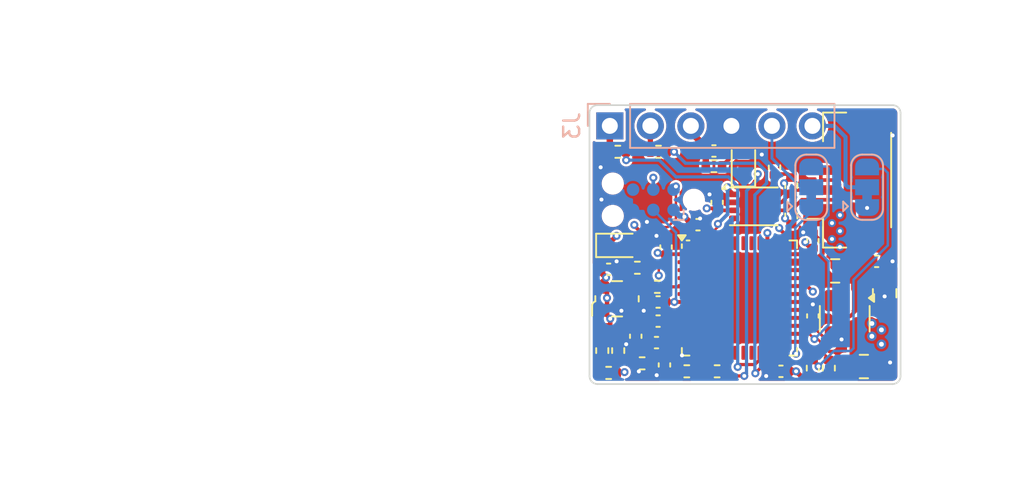
<source format=kicad_pcb>
(kicad_pcb (version 20241229) (generator "pcbnew") (generator_version "9.0")
  (layers (0 "F.Cu" signal) (4 "In1.Cu" signal) (6 "In2.Cu" signal) (2 "B.Cu" signal) (13 "F.Paste" user) (15 "B.Paste" user) (5 "F.SilkS" user "F.Silkscreen") (7 "B.SilkS" user "B.Silkscreen") (1 "F.Mask" user) (3 "B.Mask" user) (25 "Edge.Cuts" user))
  (net 0 "")
  (net 1 "GND")
  (net 2 "+5V")
  (net 3 "Net-(U2-BP)")
  (net 4 "+3V3")
  (net 5 "/VBATT_C_MON")
  (net 6 "/VBATT_V_MON")
  (net 7 "Net-(C12-Pad1)")
  (net 8 "/AP_Periph/~{RST}")
  (net 9 "Net-(U4-VDDA)")
  (net 10 "Net-(D1-A)")
  (net 11 "Net-(D2-A)")
  (net 12 "/StatusLED")
  (net 13 "Net-(J3-Pin_1)")
  (net 14 "Net-(J3-Pin_2)")
  (net 15 "/AP_Periph/SWDIO")
  (net 17 "/AP_Periph/SWCLK")
  (net 18 "Net-(R3-Pad2)")
  (net 19 "/Out2")
  (net 20 "/USART3_TX")
  (net 21 "/USART3_RX")
  (net 22 "Net-(R8-Pad2)")
  (net 23 "/Out1")
  (net 24 "/CAN1_H")
  (net 25 "/CAN1_L")
  (net 26 "/I2C2_SDA")
  (net 27 "Net-(X1-OUT)")
  (net 28 "Net-(U4-PH0)")
  (net 29 "/AP_Periph/CAN1_RX")
  (net 30 "/AP_Periph/CAN1_TX")
  (net 33 "/AP_Periph/GPIO_3")
  (net 34 "/AP_Periph/OUT_2")
  (net 35 "/AP_Periph/OUT_1")
  (net 36 "/AP_Periph/BEEPER")
  (net 37 "/AP_Periph/OUT_3")
  (net 38 "/AP_Periph/USART2_RX")
  (net 39 "/AP_Periph/GPIO_5")
  (net 40 "/AP_Periph/GPIO_4")
  (net 41 "/AP_Periph/SPI1_MISO")
  (net 42 "/AP_Periph/USART2_TX")
  (net 43 "/AP_Periph/OUT_5")
  (net 45 "/AP_Periph/SPARE_CS")
  (net 46 "/AP_Periph/USART1_TX")
  (net 47 "/AP_Periph/MAG_CS")
  (net 48 "/AP_Periph/GPIO_1")
  (net 49 "/AP_Periph/OUT_4")
  (net 50 "/AP_Periph/GPIO_6")
  (net 51 "/AP_Periph/BATT2_CURRENT_SENS")
  (net 52 "/AP_Periph/GPIO_2")
  (net 53 "/AP_Periph/SPI1_SCK")
  (net 54 "/AP_Periph/USART1_RX")
  (net 55 "/AP_Periph/SPI1_MOSI")
  (net 57 "/AP_Periph/BATT2_VOLTAGE_SENS")
  (net 58 "/I2C2_SCL")
  (net 59 "Net-(JP2-A)")
  (net 60 "Net-(JP1-A)")
  (footprint "Capacitor_SMD:C_0402_1005Metric" (layer "F.Cu") (at 138.2 93)
    (property "Reference" "C8" (hide yes))
    (property "Value" "100nF")
  )
  (footprint "Capacitor_SMD:C_0402_1005Metric" (layer "F.Cu") (at 138.3 90.45 180)
    (property "Reference" "C21" (hide yes))
    (property "Value" "100nF")
  )
  (footprint "Capacitor_SMD:C_0402_1005Metric" (layer "F.Cu") (at 145.6 82 90)
    (property "Reference" "C12" (hide yes))
    (property "Value" "4.7nF")
  )
  (footprint "Resistor_SMD:R_0402_1005Metric" (layer "F.Cu") (at 135.8 93.5 90)
    (property "Reference" "R10" (hide yes))
    (property "Value" "5K1")
  )
  (footprint "LED_SMD:LED_0603_1608Metric" (layer "F.Cu") (at 143.65 81.725 90)
    (property "Reference" "D1" (hide yes))
    (property "Value" "BLUE")
  )
  (footprint "Capacitor_SMD:C_0402_1005Metric" (layer "F.Cu") (at 135.2 88.4)
    (property "Reference" "C15" (hide yes))
    (property "Value" "100nF")
  )
  (footprint "Package_SON:SON-8-1EP_3x2mm_P0.5mm_EP1.4x1.6mm" (layer "F.Cu") (at 144.3 84.45)
    (property "Reference" "U3" (hide yes))
    (property "Value" "TCAN1057")
  )
  (footprint "Capacitor_SMD:C_0402_1005Metric" (layer "F.Cu") (at 141.8 80.975 180)
    (property "Reference" "C7" (hide yes))
    (property "Value" "100nF")
  )
  (footprint "Capacitor_SMD:C_0402_1005Metric" (layer "F.Cu") (at 140.8 85.6)
    (property "Reference" "C19" (hide yes))
    (property "Value" "100nF")
  )
  (footprint "Resistor_SMD:R_0402_1005Metric" (layer "F.Cu") (at 138.325 81.025)
    (property "Reference" "R7" (hide yes))
    (property "Value" "59R")
  )
  (footprint "LOGO" (layer "F.Cu") (at 151.717084 78.499006)
    (property "Reference" "G***" (hide yes))
    (property "Value" "LOGO" (hide yes))
  )
  (footprint "Resistor_SMD:R_0402_1005Metric" (layer "F.Cu") (at 146.65 85.05 -90)
    (property "Reference" "R14" (hide yes))
    (property "Value" "59R")
  )
  (footprint "Connector_JST:JST_GH_SM04B-GHS-TB_1x04-1MP_P1.25mm_Horizontal" (layer "F.Cu") (at 150.35 82.8 90)
    (property "Reference" "J1" (hide yes))
    (property "Value" "CAN1")
  )
  (footprint "Capacitor_SMD:C_0402_1005Metric" (layer "F.Cu") (at 138.3 91.65 180)
    (property "Reference" "C26" (hide yes))
    (property "Value" "100nF")
  )
  (footprint "Capacitor_SMD:C_0402_1005Metric" (layer "F.Cu") (at 138.7 94.4 90)
    (property "Reference" "C6" (hide yes))
    (property "Value" "100nF")
  )
  (footprint "Resistor_SMD:R_0402_1005Metric" (layer "F.Cu") (at 134.8 93.5 90)
    (property "Reference" "R9" (hide yes))
    (property "Value" "5K1")
  )
  (footprint "Capacitor_SMD:C_0805_2012Metric" (layer "F.Cu") (at 152.5 89.9 -90)
    (property "Reference" "C3" (hide yes))
    (property "Value" "10uF")
  )
  (footprint "Resistor_SMD:R_0402_1005Metric" (layer "F.Cu") (at 138.25 89.5 180)
    (property "Reference" "R17" (hide yes))
    (property "Value" "59R")
  )
  (footprint "Capacitor_SMD:C_0402_1005Metric" (layer "F.Cu") (at 148 86.6 90)
    (property "Reference" "C16" (hide yes))
    (property "Value" "100nF")
  )
  (footprint "Package_TO_SOT_SMD:SOT-23-5" (layer "F.Cu") (at 150 91.5 -90)
    (property "Reference" "U2" (hide yes))
    (property "Value" "SPX3819M5-L-3-3")
  )
  (footprint "LED_SMD:LED_0603_1608Metric" (layer "F.Cu") (at 135.9 86.9)
    (property "Reference" "D2" (hide yes))
    (property "Value" "GREEN")
  )
  (footprint "Resistor_SMD:R_0402_1005Metric" (layer "F.Cu") (at 146.65 83.15 -90)
    (property "Reference" "R13" (hide yes))
    (property "Value" "59R")
  )
  (footprint "PCM_kikit:Tab" (layer "F.Cu") (at 143.75 95.85 90)
    (property "Reference" "T4" (hide yes))
    (property "Value" "Tab")
  )
  (footprint "Inductor_SMD:L_0402_1005Metric" (layer "F.Cu") (at 135.5 92.1)
    (property "Reference" "FB1" (hide yes))
    (property "Value" "BLM15PX330SN1D")
  )
  (footprint "Resistor_SMD:R_0402_1005Metric" (layer "F.Cu") (at 141.8 81.925 180)
    (property "Reference" "R1" (hide yes))
    (property "Value" "1K")
  )
  (footprint "Capacitor_SMD:C_0402_1005Metric" (layer "F.Cu") (at 136.9 92.6 -90)
    (property "Reference" "C25" (hide yes))
    (property "Value" "100nF")
  )
  (footprint "PCM_kikit:Tab" (layer "F.Cu") (at 133.75 86.85)
    (property "Reference" "T1" (hide yes))
    (property "Value" "Tab")
  )
  (footprint "Resistor_SMD:R_0402_1005Metric" (layer "F.Cu") (at 137.3 94.3 180)
    (property "Reference" "R5" (hide yes))
    (property "Value" "5K1")
  )
  (footprint "mad_footprints:BOM" (layer "F.Cu") (at 98.675 74.9855)
    (property "Reference" "U1" (hide yes))
    (property "Value" "PCB")
  )
  (footprint "Resistor_SMD:R_0402_1005Metric" (layer "F.Cu") (at 149 94.6 90)
    (property "Reference" "R15" (hide yes))
    (property "Value" "5K1")
  )
  (footprint "Capacitor_SMD:C_0402_1005Metric" (layer "F.Cu") (at 146 94.8 180)
    (property "Reference" "C18" (hide yes))
    (property "Value" "100nF")
  )
  (footprint "Capacitor_SMD:C_0402_1005Metric" (layer "F.Cu") (at 142 84.2 90)
    (property "Reference" "C10" (hide yes))
    (property "Value" "100nF")
  )
  (footprint "Resistor_SMD:R_0402_1005Metric" (layer "F.Cu") (at 135.2 94.9 180)
    (property "Reference" "R8" (hide yes))
    (property "Value" "5K1")
  )
  (footprint "Resistor_SMD:R_0402_1005Metric" (layer "F.Cu") (at 142 94.8 180)
    (property "Reference" "R3" (hide yes))
    (property "Value" "5K1")
  )
  (footprint "Oscillator:Oscillator_SMD_ECS_2520MV-xxx-xx-4Pin_2.5x2.0mm" (layer "F.Cu") (at 135.725 90.25 90)
    (property "Reference" "X1" (hide yes))
    (property "Value" "ECS-2520MVLC-080-BP-TR")
  )
  (footprint "PCM_kikit:Tab" (layer "F.Cu") (at 143.75 77.85 -90)
    (property "Reference" "T3" (hide yes))
    (property "Value" "Tab")
  )
  (footprint "Resistor_SMD:R_0402_1005Metric" (layer "F.Cu") (at 140.1 94.8 180)
    (property "Reference" "R4" (hide yes))
    (property "Value" "5K1")
  )
  (footprint "PCM_kikit:Tab" (layer "F.Cu") (at 153.75 86.85 180)
    (property "Reference" "T2" (hide yes))
    (property "Value" "Tab")
  )
  (footprint "Capacitor_SMD:C_0402_1005Metric" (layer "F.Cu") (at 138.8 87 90)
    (property "Reference" "C17" (hide yes))
    (property "Value" "100nF")
  )
  (footprint "Resistor_SMD:R_0402_1005Metric" (layer "F.Cu") (at 137 88.3)
    (property "Reference" "R2" (hide yes))
    (property "Value" "1K")
  )
  (footprint "Capacitor_SMD:C_0402_1005Metric" (layer "F.Cu") (at 152 87.9 180)
    (property "Reference" "C1" (hide yes))
    (property "Value" "100nF")
  )
  (footprint "Capacitor_SMD:C_0805_2012Metric" (layer "F.Cu") (at 149.4 88.5 180)
    (property "Reference" "C2" (hide yes))
    (property "Value" "10uF")
  )
  (footprint "Resistor_SMD:R_0402_1005Metric" (layer "F.Cu") (at 148 94.6 90)
    (property "Reference" "R16" (hide yes))
    (property "Value" "5K1")
  )
  (footprint "Package_DFN_QFN:QFN-48-1EP_7x7mm_P0.5mm_EP5.6x5.6mm" (layer "F.Cu") (at 143.4 90.2)
    (property "Reference" "U4" (hide yes))
    (property "Value" "STM32L431CCUx")
  )
  (footprint "Capacitor_SMD:C_0402_1005Metric" (layer "F.Cu") (at 148 91.325 -90)
    (property "Reference" "C4" (hide yes))
    (property "Value" "100nF")
  )
  (footprint "Capacitor_SMD:C_0805_2012Metric" (layer "F.Cu") (at 151.2 94.5)
    (property "Reference" "C5" (hide yes))
    (property "Value" "10uF")
  )
  (footprint "Resistor_SMD:R_0402_1005Metric" (layer "F.Cu") (at 135.775 81.025)
    (property "Reference" "R6" (hide yes))
    (property "Value" "59R")
  )
  (footprint "Connector_PinHeader_2.54mm:PinHeader_1x06_P2.54mm_Vertical" (layer "B.Cu") (at 135.275 79.4 -90)
    (property "Reference" "J3")
    (property "Value" "RC IF")
  )
  (footprint "Connector:Tag-Connect_TC2030-IDC-NL_2x03_P1.27mm_Vertical" (layer "B.Cu") (at 138 84.035 180)
    (property "Reference" "J5" (hide yes))
    (property "Value" "Conn_ARM_SWD_TagConnect_TC2030-NL")
  )
  (footprint "Jumper:SolderJumper-3_P1.3mm_Bridged12_RoundedPad1.0x1.5mm" (layer "B.Cu") (at 147.9 83.25 90)
    (property "Reference" "JP1" (hide yes))
    (property "Value" "SolderJumper_3_Bridged12")
  )
  (footprint "Jumper:SolderJumper-3_P1.3mm_Bridged12_RoundedPad1.0x1.5mm" (layer "B.Cu") (at 151.4 83.25 90)
    (property "Reference" "JP2" (hide yes))
    (property "Value" "SolderJumper_3_Bridged12")
  )
  (footprint "LOGO" (layer "B.Cu") (at 139.425 92.375 180)
    (property "Reference" "G***" (hide yes))
    (property "Value" "LOGO" (hide yes))
  )
  (gr_line (start 134 95.1) (end 134 78.6) (stroke (width 0.1)) (layer "Edge.Cuts"))
  (gr_line (start 134.5 78.1) (end 153 78.1) (stroke (width 0.1)) (layer "Edge.Cuts"))
  (gr_line (start 153 95.6) (end 134.5 95.6) (stroke (width 0.1)) (layer "Edge.Cuts"))
  (gr_arc (start 134 78.6) (mid 134.146447 78.246447) (end 134.5 78.1) (stroke (width 0.1)) (layer "Edge.Cuts"))
  (gr_arc (start 134.5 95.6) (mid 134.146447 95.453553) (end 134 95.1) (stroke (width 0.1)) (layer "Edge.Cuts"))
  (gr_arc (start 153.5 95.1) (mid 153.353553 95.453553) (end 153 95.6) (stroke (width 0.1)) (layer "Edge.Cuts"))
  (gr_arc (start 153 78.1) (mid 153.353553 78.246447) (end 153.5 78.6) (stroke (width 0.1)) (layer "Edge.Cuts"))
  (gr_line (start 153.5 78.6) (end 153.5 95.1) (stroke (width 0.1)) (layer "Edge.Cuts"))
  (segment (start 145.65 94.67) (end 145.65 93.6375) (width 0.2286) (layer "F.Cu") (net 1))
  (segment (start 136.9 93.08) (end 136.32 93.08) (width 0.2794) (layer "F.Cu") (net 1))
  (segment (start 145.117101 81.217101) (end 145.297101 81.217101) (width 0.3048) (layer "F.Cu") (net 1))
  (segment (start 136.79 94.3) (end 136.79 94.5) (width 0.2032) (layer "F.Cu") (net 1))
  (segment (start 138.27 86.52) (end 138.8 86.52) (width 0.2286) (layer "F.Cu") (net 1))
  (segment (start 143.0125 84.2) (end 142.48 84.2) (width 0.2286) (layer "F.Cu") (net 1))
  (segment (start 150 90.3625) (end 150 89.703868) (width 0.381) (layer "F.Cu") (net 1))
  (segment (start 152.396 94.5) (end 152.15 94.5) (width 0.4826) (layer "F.Cu") (net 1))
  (segment (start 143.0125 84.2) (end 144.05 84.2) (width 0.2286) (layer "F.Cu") (net 1))
  (segment (start 141.15 85.73) (end 141.15 86.7625) (width 0.1524) (layer "F.Cu") (net 1))
  (segment (start 141.000003 85.28102) (end 141.000003 85.320003) (width 0.3556) (layer "F.Cu") (net 1))
  (segment (start 149.8 92.09873) (end 149.38637 91.6851) (width 0.1778) (layer "F.Cu") (net 1))
  (segment (start 138.4242 91.0458) (end 137.82 91.65) (width 0.1524) (layer "F.Cu") (net 1))
  (segment (start 139.8667 91.0458) (end 138.4242 91.0458) (width 0.1524) (layer "F.Cu") (net 1))
  (segment (start 148.02 90.865) (end 148 90.845) (width 0.1778) (layer "F.Cu") (net 1))
  (segment (start 148 86.12) (end 147.434588 86.12) (width 0.2286) (layer "F.Cu") (net 1))
  (segment (start 135.8 90.125) (end 136.65 90.975) (width 0.1778) (layer "F.Cu") (net 1))
  (segment (start 135.8 88.52) (end 135.8 90.125) (width 0.1778) (layer "F.Cu") (net 1))
  (segment (start 144.8 81.2) (end 144.8 81.3) (width 0.254) (layer "F.Cu") (net 1))
  (segment (start 144.8 81.3) (end 143.75 82.35) (width 0.254) (layer "F.Cu") (net 1))
  (segment (start 145.1 81.2) (end 145.117101 81.217101) (width 0.3048) (layer "F.Cu") (net 1))
  (segment (start 148 90.845) (end 148 90.6) (width 0.4826) (layer "F.Cu") (net 1))
  (segment (start 141.000003 85.320003) (end 141.28 85.6) (width 0.3556) (layer "F.Cu") (net 1))
  (segment (start 136.29 93.09) (end 136.3 93.1) (width 0.1778) (layer "F.Cu") (net 1))
  (segment (start 145.369955 94.8) (end 145.52 94.8) (width 0.3556) (layer "F.Cu") (net 1))
  (segment (start 152.5 90.85) (end 152.5 90.1) (width 0.4826) (layer "F.Cu") (net 1))
  (segment (start 141.28 85.6) (end 141.15 85.73) (width 0.1524) (layer "F.Cu") (net 1))
  (segment (start 148.6253 87.412472) (end 148.6253 86.7453) (width 0.2286) (layer "F.Cu") (net 1))
  (segment (start 141.98 83.7) (end 142 83.72) (width 0.3556) (layer "F.Cu") (net 1))
  (segment (start 150 89.703868) (end 148.796132 88.5) (width 0.381) (layer "F.Cu") (net 1))
  (segment (start 143.75 82.35) (end 143.75 82.5125) (width 0.254) (layer "F.Cu") (net 1))
  (segment (start 145.52 94.8) (end 145.65 94.67) (width 0.2286) (layer "F.Cu") (net 1))
  (segment (start 137.29 95) (end 137.095 94.805) (width 0.2032) (layer "F.Cu") (net 1))
  (segment (start 147.434588 86.12) (end 147.396037 86.081449) (width 0.2286) (layer "F.Cu") (net 1))
  (segment (start 136.32 93.08) (end 136.3 93.1) (width 0.2794) (layer "F.Cu") (net 1))
  (segment (start 149.38637 91.6851) (end 148.8101 91.6851) (width 0.1778) (layer "F.Cu") (net 1))
  (segment (start 144.8 81.2) (end 145.1 81.2) (width 0.3048) (layer "F.Cu") (net 1))
  (segment (start 145.073955 95.096) (end 145.369955 94.8) (width 0.3556) (layer "F.Cu") (net 1))
  (segment (start 152.649873 94.246127) (end 152.396 94.5) (width 0.4826) (layer "F.Cu") (net 1))
  (segment (start 136.79 94.5) (end 137.095 94.805) (width 0.2032) (layer "F.Cu") (net 1))
  (segment (start 148.8101 91.6851) (end 148.02 90.895) (width 0.1778) (layer "F.Cu") (net 1))
  (segment (start 135.9 93.09) (end 136.29 93.09) (width 0.1778) (layer "F.Cu") (net 1))
  (segment (start 140.932241 85.213258) (end 141.000003 85.28102) (width 0.3556) (layer "F.Cu") (net 1))
  (segment (start 138.7 94.88) (end 138.58 95) (width 0.2032) (layer "F.Cu") (net 1))
  (segment (start 138.375671 94.88) (end 138.211756 95.043915) (width 0.2032) (layer "F.Cu") (net 1))
  (segment (start 136.65 90.975) (end 137.375 90.975) (width 0.3048) (layer "F.Cu") (net 1))
  (segment (start 141.525 83.7) (end 141.98 83.7) (width 0.3556) (layer "F.Cu") (net 1))
  (segment (start 142.975 80.28) (end 142.975 79.875) (width 0.4064) (layer "F.Cu") (net 1))
  (segment (start 148.796132 88.5) (end 148.45 88.5) (width 0.381) (layer "F.Cu") (net 1))
  (segment (start 149.8 92.8) (end 149.8 92.09873) (width 0.1778) (layer "F.Cu") (net 1))
  (segment (start 142.28 80.975) (end 142.975 80.28) (width 0.4064) (layer "F.Cu") (net 1))
  (segment (start 138.2 86.45) (end 138.27 86.52) (width 0.2286) (layer "F.Cu") (net 1))
  (segment (start 136.98 93) (end 136.9 93.08) (width 0.1778) (layer "F.Cu") (net 1))
  (segment (start 138.2 86.3) (end 138.2 86.45) (width 0.2286) (layer "F.Cu") (net 1))
  (segment (start 139.9625 90.95) (end 139.8667 91.0458) (width 0.1524) (layer "F.Cu") (net 1))
  (segment (start 135.8 92.99) (end 135.9 93.09) (width 0.1778) (layer "F.Cu") (net 1))
  (segment (start 137.375 90.975) (end 137.4 91) (width 0.3048) (layer "F.Cu") (net 1))
  (segment (start 135.68 88.4) (end 135.68 87.92) (width 0.1778) (layer "F.Cu") (net 1))
  (segment (start 152.48 87.9) (end 152.996 87.9) (width 0.1524) (layer "F.Cu") (net 1))
  (segment (start 138.7 94.88) (end 138.375671 94.88) (width 0.2032) (layer "F.Cu") (net 1))
  (segment (start 145.297101 81.217101) (end 145.6 81.52) (width 0.3048) (layer "F.Cu") (net 1))
  (segment (start 137.82 90.45) (end 137.82 91.65) (width 0.3048) (layer "F.Cu") (net 1))
  (segment (start 135.68 87.92) (end 135.7 87.9) (width 0.1778) (layer "F.Cu") (net 1))
  (segment (start 144.05 84.2) (end 144.3 84.45) (width 0.2286) (layer "F.Cu") (net 1))
  (segment (start 135.68 88.4) (end 135.8 88.52) (width 0.1778) (layer "F.Cu") (net 1))
  (segment (start 138.58 95) (end 137.29 95) (width 0.2032) (layer "F.Cu") (net 1))
  (segment (start 142.48 84.2) (end 142 83.72) (width 0.2286) (layer "F.Cu") (net 1))
  (segment (start 148.6253 86.7453) (end 148 86.12) (width 0.2286) (layer "F.Cu") (net 1))
  (segment (start 148.087772 87.95) (end 148.6253 87.412472) (width 0.2286) (layer "F.Cu") (net 1))
  (segment (start 152.842153 94.246127) (end 152.649873 94.246127) (width 0.4826) (layer "F.Cu") (net 1))
  (segment (start 146.8375 87.95) (end 148.087772 87.95) (width 0.2286) (layer "F.Cu") (net 1))
  (segment (start 148.02 90.895) (end 148.02 90.865) (width 0.1778) (layer "F.Cu") (net 1))
  (segment (start 137.72 93) (end 136.98 93) (width 0.1778) (layer "F.Cu") (net 1))
  (via (at 149.8 92.8) (size 0.5) (drill 0.25) (layers "F.Cu" "B.Cu") (net 1))
  (via (at 137.6 85.425) (size 0.5) (drill 0.25) (layers "F.Cu" "B.Cu") (net 1))
  (via (at 141.525 83.7) (size 0.5) (drill 0.25) (layers "F.Cu" "B.Cu") (net 1))
  (via (at 152.5 90.1) (size 0.5) (drill 0.25) (layers "F.Cu" "B.Cu") (net 1))
  (via (at 134.75 84.025) (size 0.5) (drill 0.25) (layers "F.Cu" "B.Cu") (net 1))
  (via (at 137.095 94.805) (size 0.5) (drill 0.25) (layers "F.Cu" "B.Cu") (net 1))
  (via (at 152.996 87.9) (size 0.5) (drill 0.25) (layers "F.Cu" "B.Cu") (net 1))
  (via (at 139.8 93.8) (size 0.5) (drill 0.25) (layers "F.Cu" "B.Cu") (net 1))
  (via (at 152.842153 94.246127) (size 0.5) (drill 0.25) (layers "F.Cu" "B.Cu") (net 1))
  (via (at 136.3 93.1) (size 0.5) (drill 0.25) (layers "F.Cu" "B.Cu") (net 1))
  (via (at 134.7 82) (size 0.5) (drill 0.25) (layers "F.Cu" "B.Cu") (net 1))
  (via (at 136 91) (size 0.5) (drill 0.25) (layers "F.Cu" "B.Cu") (net 1))
  (via (at 153 80) (size 0.5) (drill 0.25) (layers "F.Cu" "B.Cu") (net 1))
  (via (at 137.4 91) (size 0.5) (drill 0.25) (layers "F.Cu" "B.Cu") (net 1))
  (via (at 144.8 81.2) (size 0.5) (drill 0.25) (layers "F.Cu" "B.Cu") (net 1))
  (via (at 147.396037 86.081449) (size 0.5) (drill 0.25) (layers "F.Cu" "B.Cu") (net 1))
  (via (at 145.073955 95.096) (size 0.5) (drill 0.25) (layers "F.Cu" "B.Cu") (net 1))
  (via (at 140.932241 85.213258) (size 0.5) (drill 0.25) (layers "F.Cu" "B.Cu") (net 1))
  (via (at 135.7 87.9) (size 0.5) (drill 0.25) (layers "F.Cu" "B.Cu") (net 1))
  (via (at 148 90.6) (size 0.5) (drill 0.25) (layers "F.Cu" "B.Cu") (net 1))
  (via (at 138.2 86.3) (size 0.5) (drill 0.25) (layers "F.Cu" "B.Cu") (net 1))
  (via (at 138.211756 95.043915) (size 0.5) (drill 0.25) (layers "F.Cu" "B.Cu") (net 1))
  (segment (start 151.52 88.38) (end 151.52 87.9) (width 0.508) (layer "F.Cu") (net 2))
  (segment (start 151.5 88.4) (end 151.52 88.38) (width 0.508) (layer "F.Cu") (net 2))
  (segment (start 152.19 88.95) (end 152.5 88.95) (width 0.508) (layer "F.Cu") (net 2))
  (segment (start 141.29 81.925) (end 141.29 81.005) (width 0.4064) (layer "F.Cu") (net 2))
  (segment (start 141.32 80.975) (end 141.32 80.76) (width 0.4064) (layer "F.Cu") (net 2))
  (segment (start 149.05 90.3625) (end 149.05 90.75) (width 0.2286) (layer "F.Cu") (net 2))
  (segment (start 150.35 88.65) (end 150.48 88.78) (width 0.508) (layer "F.Cu") (net 2))
  (segment (start 141.32 80.76) (end 140.435 79.875) (width 0.4064) (layer "F.Cu") (net 2))
  (segment (start 151.5 88.78) (end 152.02 88.78) (width 0.508) (layer "F.Cu") (net 2))
  (segment (start 137.51 88.3) (end 137.518992 88.3) (width 0.2286) (layer "F.Cu") (net 2))
  (segment (start 150.35 88.5) (end 150.35 88.65) (width 0.508) (layer "F.Cu") (net 2))
  (segment (start 141.29 81.005) (end 141.32 80.975) (width 0.4064) (layer "F.Cu") (net 2))
  (segment (start 149.95 88.5) (end 150.35 88.5) (width 0.508) (layer "F.Cu") (net 2))
  (segment (start 152.02 88.78) (end 152.19 88.95) (width 0.508) (layer "F.Cu") (net 2))
  (segment (start 150.34689 91.3403) (end 150.95 90.73719) (width 0.2286) (layer "F.Cu") (net 2))
  (segment (start 149.6403 91.3403) (end 150.34689 91.3403) (width 0.2286) (layer "F.Cu") (net 2))
  (segment (start 137.35 87.388544) (end 137.38 87.358544) (width 0.2286) (layer "F.Cu") (net 2))
  (segment (start 149.05 90.75) (end 149.6403 91.3403) (width 0.2286) (layer "F.Cu") (net 2))
  (segment (start 136.809521 85.662858) (end 136.809521 85.61508) (width 0.2286) (layer "F.Cu") (net 2))
  (segment (start 149.1946 85.3696) (end 149.1946 87.4946) (width 0.508) (layer "F.Cu") (net 2))
  (segment (start 137.518992 88.3) (end 137.35 88.131008) (width 0.2286) (layer "F.Cu") (net 2))
  (segment (start 137.35 86.411456) (end 137.35 86.203337) (width 0.2286) (layer "F.Cu") (net 2))
  (segment (start 150.95 89.03) (end 151.2 88.78) (width 0.508) (layer "F.Cu") (net 2))
  (segment (start 149.45 87.75) (end 149.45 88) (width 0.508) (layer "F.Cu") (net 2))
  (segment (start 151.2 88.78) (end 151.5 88.78) (width 0.508) (layer "F.Cu") (net 2))
  (segment (start 150.95 90.73719) (end 150.95 90.3625) (width 0.2286) (layer "F.Cu") (net 2))
  (segment (start 137.38 87.358544) (end 137.38 86.441456) (width 0.2286) (layer "F.Cu") (net 2))
  (segment (start 150.95 90.3625) (end 150.95 89.03) (width 0.508) (layer "F.Cu") (net 2))
  (segment (start 149.1946 87.4946) (end 149.45 87.75) (width 0.508) (layer "F.Cu") (net 2))
  (segment (start 137.35 86.203337) (end 136.809521 85.662858) (width 0.2286) (layer "F.Cu") (net 2))
  (segment (start 148.5 84.675) (end 149.1946 85.3696) (width 0.508) (layer "F.Cu") (net 2))
  (segment (start 137.38 86.441456) (end 137.35 86.411456) (width 0.2286) (layer "F.Cu") (net 2))
  (segment (start 151.5 88.78) (end 151.5 88.4) (width 0.508) (layer "F.Cu") (net 2))
  (segment (start 149.45 88) (end 149.95 88.5) (width 0.508) (layer "F.Cu") (net 2))
  (segment (start 137.35 88.131008) (end 137.35 87.388544) (width 0.2286) (layer "F.Cu") (net 2))
  (segment (start 150.48 88.78) (end 151.2 88.78) (width 0.508) (layer "F.Cu") (net 2))
  (via (at 149.7 87) (size 0.5) (drill 0.25) (layers "F.Cu" "B.Cu") (net 2))
  (via (at 136.809521 85.61508) (size 0.5) (drill 0.25) (layers "F.Cu" "B.Cu") (net 2))
  (via (at 149.2 85.5) (size 0.5) (drill 0.25) (layers "F.Cu" "B.Cu") (net 2))
  (via (at 149.7 85) (size 0.5) (drill 0.25) (layers "F.Cu" "B.Cu") (net 2))
  (via (at 149.7 86) (size 0.5) (drill 0.25) (layers "F.Cu" "B.Cu") (net 2))
  (via (at 149.2 86.5) (size 0.5) (drill 0.25) (layers "F.Cu" "B.Cu") (net 2))
  (segment (start 149.05 92.6375) (end 148.6575 92.6375) (width 0.1778) (layer "F.Cu") (net 3))
  (segment (start 148 91.98) (end 148 91.805) (width 0.1778) (layer "F.Cu") (net 3))
  (segment (start 148.6575 92.6375) (end 148 91.98) (width 0.1778) (layer "F.Cu") (net 3))
  (segment (start 147.26 95.11) (end 146.95 94.8) (width 0.3048) (layer "F.Cu") (net 4))
  (segment (start 148 87.08) (end 147.84 87.08) (width 0.2286) (layer "F.Cu") (net 4))
  (segment (start 147.84 87.08) (end 147.47 87.45) (width 0.2286) (layer "F.Cu") (net 4))
  (segment (start 139.9625 87.45) (end 138.83 87.45) (width 0.2286) (layer "F.Cu") (net 4))
  (segment (start 140.3 85.45) (end 140.3 85.58) (width 0.3556) (layer "F.Cu") (net 4))
  (segment (start 148 95.11) (end 147.26 95.11) (width 0.3048) (layer "F.Cu") (net 4))
  (segment (start 141.35 84.575) (end 141.895 84.575) (width 0.2286) (layer "F.Cu") (net 4))
  (segment (start 146.8375 87.45) (end 147.47 87.45) (width 0.2286) (layer "F.Cu") (net 4))
  (segment (start 134.8 89.525) (end 134.8 89.162206) (width 0.2794) (layer "F.Cu") (net 4))
  (segment (start 149 95.11) (end 149.64 95.11) (width 0.3048) (layer "F.Cu") (net 4))
  (segment (start 147.527015 86.769917) (end 147.837098 87.08) (width 0.2286) (layer "F.Cu") (net 4))
  (segment (start 147.04 94.71) (end 146.95 94.8) (width 0.2286) (layer "F.Cu") (net 4))
  (segment (start 138.83 87.45) (end 138.8 87.48) (width 0.2286) (layer "F.Cu") (net 4))
  (segment (start 135.3 91.5) (end 135.3 91.815) (width 0.2794) (layer "F.Cu") (net 4))
  (segment (start 147.527015 86.694618) (end 147.527015 86.769917) (width 0.2286) (layer "F.Cu") (net 4))
  (segment (start 147.837098 87.08) (end 148 87.08) (width 0.2286) (layer "F.Cu") (net 4))
  (segment (start 134.72 88.600006) (end 135.0411 88.921106) (width 0.3556) (layer "F.Cu") (net 4))
  (segment (start 150.95 93.8) (end 150.95 92.6375) (width 0.3048) (layer "F.Cu") (net 4))
  (segment (start 146.15 94.47) (end 146.48 94.8) (width 0.2286) (layer "F.Cu") (net 4))
  (segment (start 143.0125 84.7) (end 142.02 84.7) (width 0.2286) (layer "F.Cu") (net 4))
  (segment (start 140.65 86.7625) (end 140.65 85.93) (width 0.2032) (layer "F.Cu") (net 4))
  (segment (start 134.72 88.18) (end 134.72 88.4) (width 0.1778) (layer "F.Cu") (net 4))
  (segment (start 149.64 95.11) (end 150.95 93.8) (width 0.3048) (layer "F.Cu") (net 4))
  (segment (start 135.1 90.675) (end 134.8 90.975) (width 0.2794) (layer "F.Cu") (net 4))
  (segment (start 141.895 84.575) (end 142 84.68) (width 0.2286) (layer "F.Cu") (net 4))
  (segment (start 134.8 89.162206) (end 135.0411 88.921106) (width 0.2794) (layer "F.Cu") (net 4))
  (segment (start 135.1 90.2) (end 135.1 89.825) (width 0.2794) (layer "F.Cu") (net 4))
  (segment (start 140.3 85.58) (end 140.32 85.6) (width 0.3556) (layer "F.Cu") (net 4))
  (segment (start 135.3 91.475) (end 134.8 90.975) (width 0.2794) (layer "F.Cu") (net 4))
  (segment (start 142.02 84.7) (end 142 84.68) (width 0.2286) (layer "F.Cu") (net 4))
  (segment (start 138.28 87.48) (end 138.8 87.48) (width 0.2286) (layer "F.Cu") (net 4))
  (segment (start 139.95 85.1) (end 140.3 85.45) (width 0.3556) (layer "F.Cu") (net 4))
  (segment (start 148 95.11) (end 149 95.11) (width 0.3048) (layer "F.Cu") (net 4))
  (segment (start 135.1 89.825) (end 134.8 89.525) (width 0.2794) (layer "F.Cu") (net 4))
  (segment (start 135.1 90.2) (end 135.1 90.675) (width 0.2794) (layer "F.Cu") (net 4))
  (segment (start 135.3 91.5) (end 135.3 91.475) (width 0.2794) (layer "F.Cu") (net 4))
  (segment (start 134.72 88.4) (end 134.72 88.600006) (width 0.3556) (layer "F.Cu") (net 4))
  (segment (start 138.275 87.475) (end 138.28 87.48) (width 0.2286) (layer "F.Cu") (net 4))
  (segment (start 146.48 94.8) (end 146.95 94.8) (width 0.4318) (layer "F.Cu") (net 4))
  (segment (start 135.3 91.815) (end 135.015 92.1) (width 0.2794) (layer "F.Cu") (net 4))
  (segment (start 138.275 87.3693) (end 138.275 87.475) (width 0.2286) (layer "F.Cu") (net 4))
  (segment (start 140.65 85.93) (end 140.32 85.6) (width 0.2032) (layer "F.Cu") (net 4))
  (segment (start 146.15 93.6375) (end 146.15 94.47) (width 0.2286) (layer "F.Cu") (net 4))
  (via (at 141.35 84.575) (size 0.5) (drill 0.25) (layers "F.Cu" "B.Cu") (net 4))
  (via (at 135.1 90.2) (size 0.5) (drill 0.25) (layers "F.Cu" "B.Cu") (net 4))
  (via (at 146.95 94.8) (size 0.5) (drill 0.25) (layers "F.Cu" "B.Cu") (net 4))
  (via (at 151.7 91.8) (size 0.6) (drill 0.3) (layers "F.Cu" "B.Cu") (net 4))
  (via (at 152.3 93.1) (size 0.6) (drill 0.3) (layers "F.Cu" "B.Cu") (net 4))
  (via (at 135.0411 88.921106) (size 0.5) (drill 0.25) (layers "F.Cu" "B.Cu") (net 4))
  (via (at 138.275 87.3693) (size 0.5) (drill 0.25) (layers "F.Cu" "B.Cu") (net 4))
  (via (at 139.95 85.1) (size 0.5) (drill 0.25) (layers "F.Cu" "B.Cu") (net 4))
  (via (at 147.527015 86.694618) (size 0.5) (drill 0.25) (layers "F.Cu" "B.Cu") (net 4))
  (via (at 151.7 92.6) (size 0.6) (drill 0.3) (layers "F.Cu" "B.Cu") (net 4))
  (via (at 152.3 92.2) (size 0.6) (drill 0.3) (layers "F.Cu" "B.Cu") (net 4))
  (via (at 135.3 91.5) (size 0.5) (drill 0.25) (layers "F.Cu" "B.Cu") (net 4))
  (segment (start 139.9 85.05) (end 139.65 85.05) (width 0.3556) (layer "B.Cu") (net 4))
  (segment (start 139.95 85.1) (end 139.9 85.05) (width 0.3556) (layer "B.Cu") (net 4))
  (segment (start 139.65 85.05) (end 139.27 84.67) (width 0.3556) (layer "B.Cu") (net 4))
  (segment (start 139.506938 92.45) (end 139.2478 92.709138) (width 0.1524) (layer "F.Cu") (net 5))
  (segment (start 138.01 94.5) (end 138.12 94.5) (width 0.2032) (layer "F.Cu") (net 5))
  (segment (start 139.9625 92.45) (end 139.506938 92.45) (width 0.2032) (layer "F.Cu") (net 5))
  (segment (start 139.2478 93.3722) (end 138.7 93.92) (width 0.1524) (layer "F.Cu") (net 5))
  (segment (start 138.12 94.5) (end 138.7 93.92) (width 0.2032) (layer "F.Cu") (net 5))
  (segment (start 139.2478 92.709138) (end 139.2478 93.3722) (width 0.1524) (layer "F.Cu") (net 5))
  (segment (start 137.81 94.3) (end 138.01 94.5) (width 0.2032) (layer "F.Cu") (net 5))
  (segment (start 138.7 93.91) (end 139.59 94.8) (width 0.2032) (layer "F.Cu") (net 5))
  (segment (start 136.115 93.695) (end 135.505 93.695) (width 0.2032) (layer "F.Cu") (net 6))
  (segment (start 139.9625 91.95) (end 139.435313 91.95) (width 0.2032) (layer "F.Cu") (net 6))
  (segment (start 138.68 93) (end 138.0174 93.6626) (width 0.2032) (layer "F.Cu") (net 6))
  (segment (start 136.1474 93.6626) (end 135.8 94.01) (width 0.2032) (layer "F.Cu") (net 6))
  (segment (start 139.4 91.95) (end 138.68 92.67) (width 0.1778) (layer "F.Cu") (net 6))
  (segment (start 135.505 93.695) (end 134.8 92.99) (width 0.254) (layer "F.Cu") (net 6))
  (segment (start 139.9625 91.95) (end 139.42389 91.95) (width 0.1524) (layer "F.Cu") (net 6))
  (segment (start 138.68 92.67) (end 138.68 93) (width 0.1778) (layer "F.Cu") (net 6))
  (segment (start 136.1474 93.6626) (end 136.115 93.695) (width 0.2032) (layer "F.Cu") (net 6))
  (segment (start 135.8 93.99) (end 135.505 93.695) (width 0.254) (layer "F.Cu") (net 6))
  (segment (start 138.0174 93.6626) (end 136.1474 93.6626) (width 0.2032) (layer "F.Cu") (net 6))
  (segment (start 135.8 94.01) (end 135.8 93.99) (width 0.254) (layer "F.Cu") (net 6))
  (segment (start 139.4 91.95) (end 139.9625 91.95) (width 0.1524) (layer "F.Cu") (net 6))
  (segment (start 146.56 82.64) (end 146.65 82.64) (width 0.2286) (layer "F.Cu") (net 7))
  (segment (start 146.65 82.64) (end 146.4325 82.4225) (width 0.2286) (layer "F.Cu") (net 7))
  (segment (start 146.294 85.204) (end 146.65 85.56) (width 0.2286) (layer "F.Cu") (net 7))
  (segment (start 146.2 83) (end 146.56 82.64) (width 0.2286) (layer "F.Cu") (net 7))
  (segment (start 146.259786 85.204) (end 146.294 85.204) (width 0.2286) (layer "F.Cu") (net 7))
  (segment (start 145.6575 82.4225) (end 145.6 82.48) (width 0.2286) (layer "F.Cu") (net 7))
  (segment (start 146.4325 82.4225) (end 145.6575 82.4225) (width 0.2286) (layer "F.Cu") (net 7))
  (via (at 146.2 83) (size 0.5) (drill 0.25) (layers "F.Cu" "B.Cu") (net 7))
  (via (at 146.259786 85.204) (size 0.5) (drill 0.25) (layers "F.Cu" "B.Cu") (net 7))
  (segment (start 146.259786 85.204) (end 146.259786 83.059786) (width 0.2286) (layer "B.Cu") (net 7))
  (segment (start 146.259786 83.059786) (end 146.2 83) (width 0.2286) (layer "B.Cu") (net 7))
  (segment (start 139.319923 90.449999) (end 139.9625 90.45) (width 0.2) (layer "F.Cu") (net 8))
  (segment (start 138.78 90.45) (end 139.319923 90.449999) (width 0.3048) (layer "F.Cu") (net 8))
  (via (at 139.319923 90.449999) (size 0.5) (drill 0.25) (layers "F.Cu" "B.Cu") (net 8))
  (segment (start 139.425 86.095) (end 139.425 90.344922) (width 0.1524) (layer "B.Cu") (net 8))
  (segment (start 138 84.67) (end 139.425 86.095) (width 0.1524) (layer "B.Cu") (net 8))
  (segment (start 139.425 90.344922) (end 139.319923 90.449999) (width 0.1524) (layer "B.Cu") (net 8))
  (segment (start 136.065 92.12) (end 136.045 92.1) (width 0.3048) (layer "F.Cu") (net 9))
  (segment (start 136.9 92.12) (end 136.065 92.12) (width 0.3048) (layer "F.Cu") (net 9))
  (segment (start 138.78 91.6) (end 138.78 91.65) (width 0.254) (layer "F.Cu") (net 9))
  (segment (start 137.0934 92.3134) (end 136.9 92.12) (width 0.3048) (layer "F.Cu") (net 9))
  (segment (start 139.9625 91.45) (end 138.93 91.45) (width 0.254) (layer "F.Cu") (net 9))
  (segment (start 138.1866 92.3134) (end 137.0934 92.3134) (width 0.3048) (layer "F.Cu") (net 9))
  (segment (start 138.1866 92.3134) (end 138.78 91.72) (width 0.3048) (layer "F.Cu") (net 9))
  (segment (start 136.045 92.1) (end 135.985 92.1) (width 0.3048) (layer "F.Cu") (net 9))
  (segment (start 138.93 91.45) (end 138.78 91.6) (width 0.254) (layer "F.Cu") (net 9))
  (segment (start 138.78 91.72) (end 138.78 91.65) (width 0.3048) (layer "F.Cu") (net 9))
  (segment (start 143.2975 80.9375) (end 142.31 81.925) (width 0.254) (layer "F.Cu") (net 10))
  (segment (start 143.75 80.9375) (end 143.2975 80.9375) (width 0.254) (layer "F.Cu") (net 10))
  (segment (start 136.49 88.3) (end 136.5 88.29) (width 0.3048) (layer "F.Cu") (net 11))
  (segment (start 136.5 88.29) (end 136.5 87.0875) (width 0.3048) (layer "F.Cu") (net 11))
  (segment (start 136.5 87.0875) (end 136.6875 86.9) (width 0.3048) (layer "F.Cu") (net 11))
  (segment (start 145.150001 86.149649) (end 145.15 86.14965) (width 0.2286) (layer "F.Cu") (net 12))
  (segment (start 135.1125 86.9) (end 135.1125 86.8875) (width 0.3048) (layer "F.Cu") (net 12))
  (segment (start 145.150001 86.119923) (end 145.150001 86.149649) (width 0.2286) (layer "F.Cu") (net 12))
  (segment (start 135.1125 86.8875) (end 135.7 86.3) (width 0.3048) (layer "F.Cu") (net 12))
  (segment (start 145.15 86.14965) (end 145.15 86.7625) (width 0.2286) (layer "F.Cu") (net 12))
  (via (at 135.7 86.3) (size 0.5) (drill 0.25) (layers "F.Cu" "B.Cu") (net 12))
  (via (at 145.150001 86.119923) (size 0.5) (drill 0.25) (layers "F.Cu" "B.Cu") (net 12))
  (segment (start 135.275 80.91) (end 135.275 79.4) (width 0.4064) (layer "F.Cu") (net 13))
  (segment (start 135.265 80.92) (end 135.275 80.91) (width 0.4064) (layer "F.Cu") (net 13))
  (segment (start 135.265 81.025) (end 135.265 80.92) (width 0.4064) (layer "F.Cu") (net 13))
  (segment (start 137.815 79.4) (end 137.815 81.025) (width 0.3302) (layer "F.Cu") (net 14))
  (segment (start 147.6347 88.773678) (end 147.6347 89.4347) (width 0.2286) (layer "F.Cu") (net 15))
  (segment (start 147.311022 88.45) (end 147.6347 88.773678) (width 0.2286) (layer "F.Cu") (net 15))
  (segment (start 137.711201 86.05) (end 138.011201 85.75) (width 0.1524) (layer "F.Cu") (net 15))
  (segment (start 139.417841 85.232159) (end 139.417841 83.198398) (width 0.1524) (layer "F.Cu") (net 15))
  (segment (start 138.011201 85.75) (end 138.9 85.75) (width 0.1524) (layer "F.Cu") (net 15))
  (segment (start 137.711201 87.465798) (end 137.711201 86.05) (width 0.1524) (layer "F.Cu") (net 15))
  (segment (start 146.8375 88.45) (end 147.311022 88.45) (width 0.2286) (layer "F.Cu") (net 15))
  (segment (start 138.344149 88.790944) (end 138.344149 88.098746) (width 0.1524) (layer "F.Cu") (net 15))
  (segment (start 138.9 85.75) (end 139.417841 85.232159) (width 0.1524) (layer "F.Cu") (net 15))
  (segment (start 138.344149 88.098746) (end 137.711201 87.465798) (width 0.1524) (layer "F.Cu") (net 15))
  (segment (start 147.6347 89.4347) (end 148 89.8) (width 0.2286) (layer "F.Cu") (net 15))
  (via (at 138.344149 88.790944) (size 0.5) (drill 0.25) (layers "F.Cu" "B.Cu") (net 15))
  (via (at 148 89.8) (size 0.5) (drill 0.25) (layers "F.Cu" "B.Cu") (net 15))
  (via (at 139.417841 83.198398) (size 0.5) (drill 0.25) (layers "F.Cu" "B.Cu") (net 15))
  (segment (start 145.89086 85.80995) (end 145.89086 85.84086) (width 0.2286) (layer "F.Cu") (net 17))
  (segment (start 145.89086 85.84086) (end 146.15 86.1) (width 0.2286) (layer "F.Cu") (net 17))
  (segment (start 146.15 86.1) (end 146.15 86.7625) (width 0.2286) (layer "F.Cu") (net 17))
  (via (at 145.89086 85.80995) (size 0.5) (drill 0.25) (layers "F.Cu" "B.Cu") (net 17))
  (via (at 138 82.65) (size 0.5) (drill 0.25) (layers "F.Cu" "B.Cu") (net 17))
  (segment (start 138 82.65) (end 138 83.4) (width 0.2286) (layer "B.Cu") (net 17))
  (segment (start 141.49 94.8) (end 140.61 94.8) (width 0.2794) (layer "F.Cu") (net 18))
  (segment (start 150.05 80.1) (end 149.35 79.4) (width 0.254) (layer "B.Cu") (net 19))
  (segment (start 150.05 83.1) (end 150.05 80.1) (width 0.254) (layer "B.Cu") (net 19))
  (segment (start 149.35 79.4) (end 147.975 79.4) (width 0.254) (layer "B.Cu") (net 19))
  (segment (start 151.4 83.25) (end 150.2 83.25) (width 0.254) (layer "B.Cu") (net 19))
  (segment (start 150.2 83.25) (end 150.05 83.1) (width 0.254) (layer "B.Cu") (net 19))
  (segment (start 136.335 81.075) (end 136.285 81.025) (width 0.2) (layer "F.Cu") (net 20))
  (segment (start 144.364798 94.376) (end 143.438247 94.376) (width 0.2) (layer "F.Cu") (net 20))
  (segment (start 143.438247 94.376) (end 143.289823 94.524424) (width 0.2) (layer "F.Cu") (net 20))
  (segment (start 144.65 93.6375) (end 144.65 94.090798) (width 0.2) (layer "F.Cu") (net 20))
  (segment (start 136.335 81.515) (end 136.335 81.075) (width 0.2) (layer "F.Cu") (net 20))
  (segment (start 144.65 94.090798) (end 144.364798 94.376) (width 0.2) (layer "F.Cu") (net 20))
  (segment (start 136.3 81.55) (end 136.335 81.515) (width 0.2) (layer "F.Cu") (net 20))
  (via (at 143.289823 94.524424) (size 0.5) (drill 0.25) (layers "F.Cu" "B.Cu") (net 20))
  (via (at 136.3 81.55) (size 0.5) (drill 0.25) (layers "F.Cu" "B.Cu") (net 20))
  (segment (start 143.289823 83.185475) (end 143.289823 94.524424) (width 0.2) (layer "B.Cu") (net 20))
  (segment (start 136.3 81.55) (end 138.375 81.55) (width 0.2) (layer "B.Cu") (net 20))
  (segment (start 142.704348 82.6) (end 143.289823 83.185475) (width 0.2) (layer "B.Cu") (net 20))
  (segment (start 139.425 82.6) (end 142.704348 82.6) (width 0.2) (layer "B.Cu") (net 20))
  (segment (start 138.375 81.55) (end 139.425 82.6) (width 0.2) (layer "B.Cu") (net 20))
  (segment (start 139.3 81.025) (end 138.835 81.025) (width 0.2) (layer "F.Cu") (net 21))
  (segment (start 144.530898 94.777) (end 144.779634 94.528264) (width 0.2) (layer "F.Cu") (net 21))
  (segment (start 144.395119 94.925164) (end 144.395121 94.925162) (width 0.2) (layer "F.Cu") (net 21))
  (segment (start 145.15 94.168264) (end 145.15 93.6375) (width 0.2) (layer "F.Cu") (net 21))
  (segment (start 144.50973 94.777) (end 144.530898 94.777) (width 0.2) (layer "F.Cu") (net 21))
  (segment (start 144.779634 94.528264) (end 144.79 94.528264) (width 0.2) (layer "F.Cu") (net 21))
  (segment (start 144.79 94.528264) (end 145.15 94.168264) (width 0.2) (layer "F.Cu") (net 21))
  (segment (start 144.395121 94.891609) (end 144.50973 94.777) (width 0.2) (layer "F.Cu") (net 21))
  (segment (start 144.395121 94.925162) (end 144.395121 94.891609) (width 0.2) (layer "F.Cu") (net 21))
  (via (at 144.395119 94.925164) (size 0.5) (drill 0.25) (layers "F.Cu" "B.Cu") (net 21))
  (via (at 139.3 81.025) (size 0.5) (drill 0.25) (layers "F.Cu" "B.Cu") (net 21))
  (segment (start 145.1 83) (end 144.365282 83.734718) (width 0.2) (layer "B.Cu") (net 21))
  (segment (start 139.3 81.025) (end 140.018471 81.743471) (width 0.2) (layer "B.Cu") (net 21))
  (segment (start 140.018471 81.743471) (end 144.568471 81.743471) (width 0.2) (layer "B.Cu") (net 21))
  (segment (start 144.568471 81.743471) (end 145.1 82.275) (width 0.2) (layer "B.Cu") (net 21))
  (segment (start 144.365282 94.895327) (end 144.395119 94.925164) (width 0.2) (layer "B.Cu") (net 21))
  (segment (start 145.1 82.275) (end 145.1 83) (width 0.2) (layer "B.Cu") (net 21))
  (segment (start 144.365282 83.734718) (end 144.365282 94.895327) (width 0.2) (layer "B.Cu") (net 21))
  (segment (start 134.69 94.12) (end 134.8 94.01) (width 0.254) (layer "F.Cu") (net 22))
  (segment (start 134.69 94.9) (end 134.69 94.12) (width 0.254) (layer "F.Cu") (net 22))
  (segment (start 145.435 81.435) (end 147.25 83.25) (width 0.1778) (layer "B.Cu") (net 23))
  (segment (start 145.4 79.435) (end 145.435 79.4) (width 0.254) (layer "B.Cu") (net 23))
  (segment (start 145.435 79.4) (end 145.435 81.435) (width 0.1778) (layer "B.Cu") (net 23))
  (segment (start 147.25 83.25) (end 147.9 83.25) (width 0.1778) (layer "B.Cu") (net 23))
  (segment (start 146.569438 83.66) (end 146.65 83.66) (width 0.2286) (layer "F.Cu") (net 24))
  (segment (start 146.885 83.425) (end 146.65 83.66) (width 0.2286) (layer "F.Cu") (net 24))
  (segment (start 146.029438 84.2) (end 146.569438 83.66) (width 0.2286) (layer "F.Cu") (net 24))
  (segment (start 145.5875 84.2) (end 146.029438 84.2) (width 0.2286) (layer "F.Cu") (net 24))
  (segment (start 148.5 83.425) (end 146.885 83.425) (width 0.2286) (layer "F.Cu") (net 24))
  (segment (start 146.81 84.54) (end 147.3097 84.0403) (width 0.2286) (layer "F.Cu") (net 25))
  (segment (start 149.6653 83.77189) (end 149.6653 83.07811) (width 0.2286) (layer "F.Cu") (net 25))
  (segment (start 146.65 84.54) (end 146.81 84.54) (width 0.2286) (layer "F.Cu") (net 25))
  (segment (start 148.55 82.8) (end 148.5 82.75) (width 0.2286) (layer "F.Cu") (net 25))
  (segment (start 149.6653 83.07811) (end 149.38719 82.8) (width 0.2286) (layer "F.Cu") (net 25))
  (segment (start 149.38719 82.8) (end 148.55 82.8) (width 0.2286) (layer "F.Cu") (net 25))
  (segment (start 148.5 82.75) (end 148.5 82.175) (width 0.2286) (layer "F.Cu") (net 25))
  (segment (start 146.49 84.7) (end 146.65 84.54) (width 0.2286) (layer "F.Cu") (net 25))
  (segment (start 147.3097 84.0403) (end 149.39689 84.0403) (width 0.2286) (layer "F.Cu") (net 25))
  (segment (start 145.5875 84.7) (end 146.49 84.7) (width 0.2286) (layer "F.Cu") (net 25))
  (segment (start 149.39689 84.0403) (end 149.6653 83.77189) (width 0.2286) (layer "F.Cu") (net 25))
  (segment (start 147.9534 92.628401) (end 148.153401 92.628401) (width 0.1524) (layer "F.Cu") (net 26))
  (segment (start 148.475 92.95) (end 148.475 93.475) (width 0.1524) (layer "F.Cu") (net 26))
  (segment (start 148.475 93.475) (end 149 94) (width 0.1524) (layer "F.Cu") (net 26))
  (segment (start 148.153401 92.721599) (end 148.1 92.775) (width 0.1524) (layer "F.Cu") (net 26))
  (segment (start 147.274999 91.95) (end 147.9534 92.628401) (width 0.1524) (layer "F.Cu") (net 26))
  (segment (start 148.153401 92.628401) (end 148.475 92.95) (width 0.1524) (layer "F.Cu") (net 26))
  (segment (start 146.8375 91.95) (end 147.274999 91.95) (width 0.1524) (layer "F.Cu") (net 26))
  (segment (start 148.153401 92.628401) (end 148.153401 92.721599) (width 0.1524) (layer "F.Cu") (net 26))
  (segment (start 149 94) (end 149 94.09) (width 0.1524) (layer "F.Cu") (net 26))
  (via (at 148.1 92.775) (size 0.5) (drill 0.25) (layers "F.Cu" "B.Cu") (net 26))
  (segment (start 148.9831 87.9) (end 148.5 87.4169) (width 0.1524) (layer "B.Cu") (net 26))
  (segment (start 148.5 87.4169) (end 148.5 85.4831) (width 0.1524) (layer "B.Cu") (net 26))
  (segment (start 148.9831 82.0831) (end 148.85 81.95) (width 0.1524) (layer "B.Cu") (net 26))
  (segment (start 148.1 92.775) (end 148.9831 91.8919) (width 0.1524) (layer "B.Cu") (net 26))
  (segment (start 148.85 81.95) (end 147.9 81.95) (width 0.1524) (layer "B.Cu") (net 26))
  (segment (start 148.9831 85) (end 148.9831 82.0831) (width 0.1524) (layer "B.Cu") (net 26))
  (segment (start 148.5 85.4831) (end 148.9831 85) (width 0.1524) (layer "B.Cu") (net 26))
  (segment (start 148.9831 91.8919) (end 148.9831 87.9) (width 0.1524) (layer "B.Cu") (net 26))
  (segment (start 137.715 89.525) (end 137.74 89.5) (width 0.2) (layer "F.Cu") (net 27))
  (segment (start 136.65 89.525) (end 137.715 89.525) (width 0.2) (layer "F.Cu") (net 27))
  (segment (start 138.76 89.5) (end 139.9125 89.5) (width 0.2) (layer "F.Cu") (net 28))
  (segment (start 139.9125 89.5) (end 139.9625 89.45) (width 0.2) (layer "F.Cu") (net 28))
  (segment (start 143.0125 85.2) (end 143.0125 85.287284) (width 0.2286) (layer "F.Cu") (net 29))
  (segment (start 142.15 86.7625) (end 142.15 86.2) (width 0.1524) (layer "F.Cu") (net 29))
  (segment (start 142.15 86.2) (end 143.0125 85.3375) (width 0.1524) (layer "F.Cu") (net 29))
  (segment (start 143.0125 85.3375) (end 143.0125 85.287284) (width 0.1524) (layer "F.Cu") (net 29))
  (segment (start 141.65 86.7625) (end 141.65 86.13389) (width 0.1524) (layer "F.Cu") (net 30))
  (segment (start 143.0125 83.663263) (end 143.0125 83.7) (width 0.2286) (layer "F.Cu") (net 30))
  (segment (start 142.656463 83.24607) (end 142.656463 83.307226) (width 0.2286) (layer "F.Cu") (net 30))
  (segment (start 142.656463 83.307226) (end 143.0125 83.663263) (width 0.2286) (layer "F.Cu") (net 30))
  (segment (start 141.65 86.13389) (end 142.05 85.73389) (width 0.1524) (layer "F.Cu") (net 30))
  (segment (start 142.05 85.73389) (end 142.05 85.55) (width 0.1524) (layer "F.Cu") (net 30))
  (via (at 142.05 85.55) (size 0.5) (drill 0.25) (layers "F.Cu" "B.Cu") (net 30))
  (via (at 142.656463 83.24607) (size 0.5) (drill 0.25) (layers "F.Cu" "B.Cu") (net 30))
  (segment (start 142.656463 84.943537) (end 142.05 85.55) (width 0.2286) (layer "B.Cu") (net 30))
  (segment (start 142.656463 83.24607) (end 142.656463 84.943537) (width 0.2286) (layer "B.Cu") (net 30))
  (segment (start 147.6 93.69) (end 147.6 92.792858) (width 0.1524) (layer "F.Cu") (net 58))
  (segment (start 148 94.135218) (end 148 94.09) (width 0.1524) (layer "F.Cu") (net 58))
  (segment (start 148.354015 94.489233) (end 148 94.135218) (width 0.1524) (layer "F.Cu") (net 58))
  (segment (start 147.257142 92.45) (end 146.8375 92.45) (width 0.1524) (layer "F.Cu") (net 58))
  (segment (start 147.6 92.792858) (end 147.257142 92.45) (width 0.1524) (layer "F.Cu") (net 58))
  (segment (start 148.354015 94.444015) (end 147.6 93.69) (width 0.1524) (layer "F.Cu") (net 58))
  (segment (start 148.354015 94.489233) (end 148.354015 94.444015) (width 0.1524) (layer "F.Cu") (net 58))
  (via (at 148.354015 94.489233) (size 0.5) (drill 0.25) (layers "F.Cu" "B.Cu") (net 58))
  (segment (start 151.55 82.1) (end 151.4 81.95) (width 0.1524) (layer "B.Cu") (net 58))
  (segment (start 149.318248 93.525) (end 150.375 93.525) (width 0.1524) (layer "B.Cu") (net 58))
  (segment (start 152.7 86.9) (end 152.7 82.35) (width 0.1524) (layer "B.Cu") (net 58))
  (segment (start 148.354015 94.489233) (end 149.318248 93.525) (width 0.1524) (layer "B.Cu") (net 58))
  (segment (start 150.55 93.35) (end 150.55 89.05) (width 0.1524) (layer "B.Cu") (net 58))
  (segment (start 150.375 93.525) (end 150.55 93.35) (width 0.1524) (layer "B.Cu") (net 58))
  (segment (start 152.7 82.35) (end 152.45 82.1) (width 0.1524) (layer "B.Cu") (net 58))
  (segment (start 150.55 89.05) (end 152.7 86.9) (width 0.1524) (layer "B.Cu") (net 58))
  (segment (start 152.45 82.1) (end 151.55 82.1) (width 0.1524) (layer "B.Cu") (net 58))
  (segment (start 143.017585 95.089978) (end 142.727607 94.8) (width 0.2032) (layer "F.Cu") (net 59))
  (segment (start 142.727607 94.8) (end 142.51 94.8) (width 0.2032) (layer "F.Cu") (net 59))
  (segment (start 143.702318 95.089978) (end 143.017585 95.089978) (width 0.2032) (layer "F.Cu") (net 59))
  (via (at 151.4 84.55) (size 0.5) (drill 0.25) (layers "F.Cu" "B.Cu") (net 59))
  (via (at 144.55 82.425) (size 0.5) (drill 0.25) (layers "F.Cu" "B.Cu") (net 59))
  (via (at 143.702318 95.089978) (size 0.5) (drill 0.25) (layers "F.Cu" "B.Cu") (net 59))
  (segment (start 144.55 82.425) (end 144.55 82.77054) (width 0.2032) (layer "B.Cu") (net 59))
  (segment (start 144.55 82.77054) (end 143.842423 83.478117) (width 0.2032) (layer "B.Cu") (net 59))
  (segment (start 143.842423 83.478117) (end 143.842423 94.949873) (width 0.2032) (layer "B.Cu") (net 59))
  (segment (start 143.842423 94.949873) (end 143.702318 95.089978) (width 0.2032) (layer "B.Cu") (net 59))
  (segment (start 135.71 94.9) (end 136.145935 94.9) (width 0.1524) (layer "F.Cu") (net 60))
  (segment (start 136.145935 94.9) (end 136.195935 94.85) (width 0.1524) (layer "F.Cu") (net 60))
  (via (at 136.195935 94.85) (size 0.5) (drill 0.25) (layers "F.Cu" "B.Cu") (net 60))
  (via (at 146.95 93.7) (size 0.5) (drill 0.25) (layers "F.Cu" "B.Cu") (net 60))
  (segment (start 146.95 93.7) (end 146.9 93.65) (width 0.1524) (layer "B.Cu") (net 60))
  (segment (start 146.9 93.65) (end 146.9 85.8) (width 0.1524) (layer "B.Cu") (net 60))
  (segment (start 147.9 84.8) (end 147.9 84.55) (width 0.1524) (layer "B.Cu") (net 60))
  (segment (start 146.9 85.8) (end 147.9 84.8) (width 0.1524) (layer "B.Cu") (net 60))
  (zone (net 4) (net_name "+3V3") (layer "F.Cu") (priority 1) (connect_pads yes (clearance 0.1524)) (min_thickness 0.1524) (fill yes (thermal_gap 0.5) (thermal_bridge_width 0.5) (smoothing fillet) (radius 0.1))
    (polygon (pts (xy 150.3 91.4) (xy 152.8 91.4) (xy 152.8 94.7) (xy 150.3 94.7)))
  )
  (zone (net 2) (net_name "+5V") (layer "F.Cu") (priority 1) (connect_pads yes (clearance 0.1524)) (min_thickness 0.1524) (fill yes (thermal_gap 0.5) (thermal_bridge_width 0.5) (smoothing fillet) (radius 0.1))
    (polygon (pts (xy 147.4 84.2) (xy 147.4 85.7) (xy 148.6 85.7) (xy 148.6 89.3) (xy 150.4 89.3) (xy 150.4 91.1) (xy 151.6 91.1) (xy 151.6 89.5) (xy 153.4 89.5) (xy 153.4 87.5) (xy 150.7 87.5) (xy 150.7 84.2)))
  )
  (zone (net 1) (net_name "GND") (layers "F.Cu" "B.Cu" "In1.Cu" "In2.Cu") (connect_pads (clearance 0.1524)) (min_thickness 0.1524) (fill yes (thermal_gap 0.127) (thermal_bridge_width 0.635) (smoothing fillet) (radius 0.1))
    (polygon (pts (xy 153.5 78.1) (xy 134 78.1) (xy 134 95.6) (xy 153.5 95.6)))
  )
)
</source>
